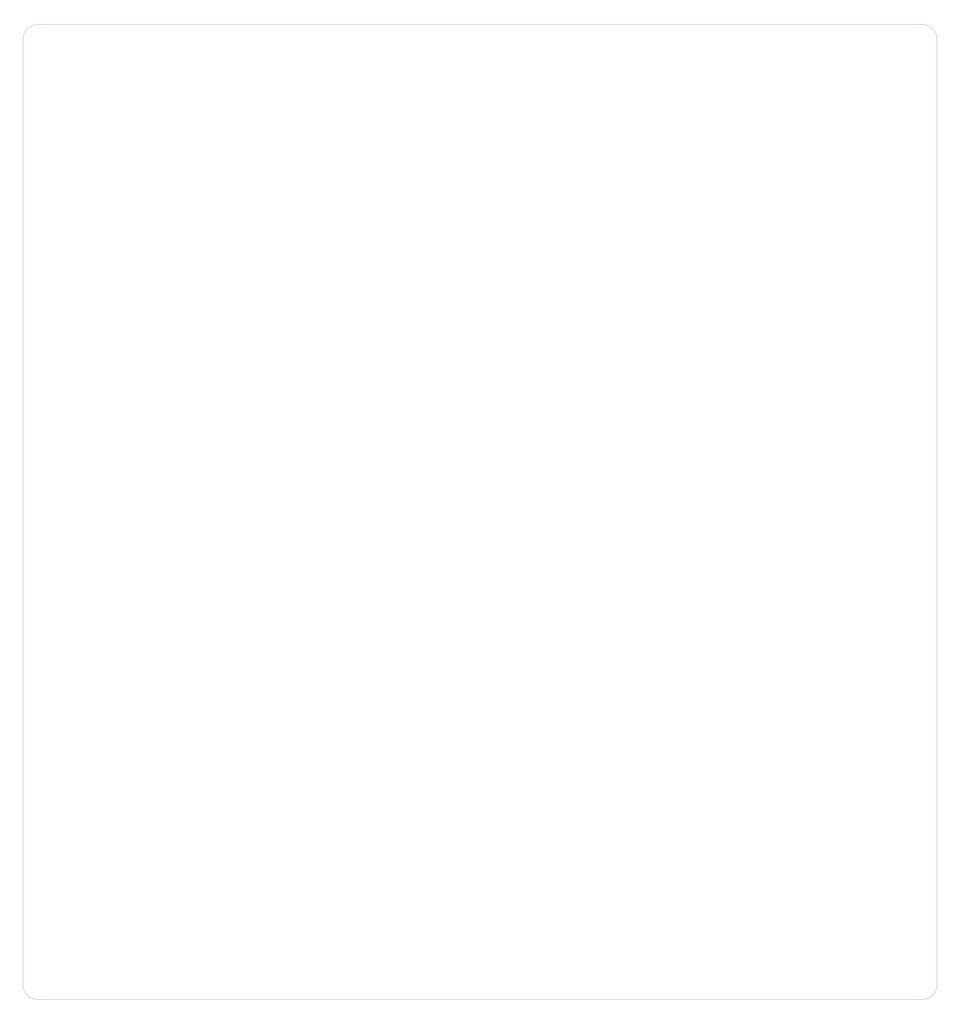
<source format=gm1>
%TF.GenerationSoftware,KiCad,Pcbnew,9.0.7-9.0.7~ubuntu24.04.1*%
%TF.CreationDate,2026-02-19T16:49:36+02:00*%
%TF.ProjectId,Mainboard Full,4d61696e-626f-4617-9264-2046756c6c2e,V0*%
%TF.SameCoordinates,Original*%
%TF.FileFunction,Profile,NP*%
%FSLAX46Y46*%
G04 Gerber Fmt 4.6, Leading zero omitted, Abs format (unit mm)*
G04 Created by KiCad (PCBNEW 9.0.7-9.0.7~ubuntu24.04.1) date 2026-02-19 16:49:36*
%MOMM*%
%LPD*%
G01*
G04 APERTURE LIST*
%TA.AperFunction,Profile*%
%ADD10C,0.100000*%
%TD*%
G04 APERTURE END LIST*
D10*
X279400000Y5080000D02*
G75*
G02*
X284480000Y0I0J-5080000D01*
G01*
X279400000Y-330200000D02*
X-24891998Y-330199999D01*
X284480001Y-325120000D02*
X284480000Y0D01*
X279400000Y5079999D02*
X-24891998Y5080000D01*
X-29971998Y-325119999D02*
X-29971998Y-2D01*
X284480001Y-325120000D02*
G75*
G02*
X279400001Y-330200001I-5080001J0D01*
G01*
X-24891998Y-330199999D02*
G75*
G02*
X-29971998Y-325119999I-4J5079996D01*
G01*
X-29971998Y0D02*
G75*
G02*
X-24891998Y5080000I5080002J-2D01*
G01*
M02*

</source>
